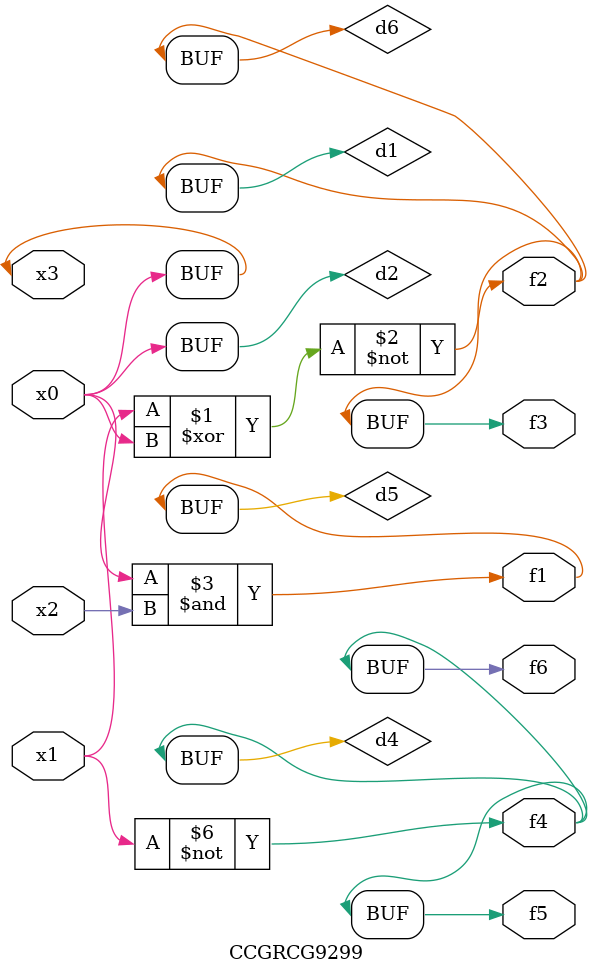
<source format=v>
module CCGRCG9299(
	input x0, x1, x2, x3,
	output f1, f2, f3, f4, f5, f6
);

	wire d1, d2, d3, d4, d5, d6;

	xnor (d1, x1, x3);
	buf (d2, x0, x3);
	nand (d3, x0, x2);
	not (d4, x1);
	nand (d5, d3);
	or (d6, d1);
	assign f1 = d5;
	assign f2 = d6;
	assign f3 = d6;
	assign f4 = d4;
	assign f5 = d4;
	assign f6 = d4;
endmodule

</source>
